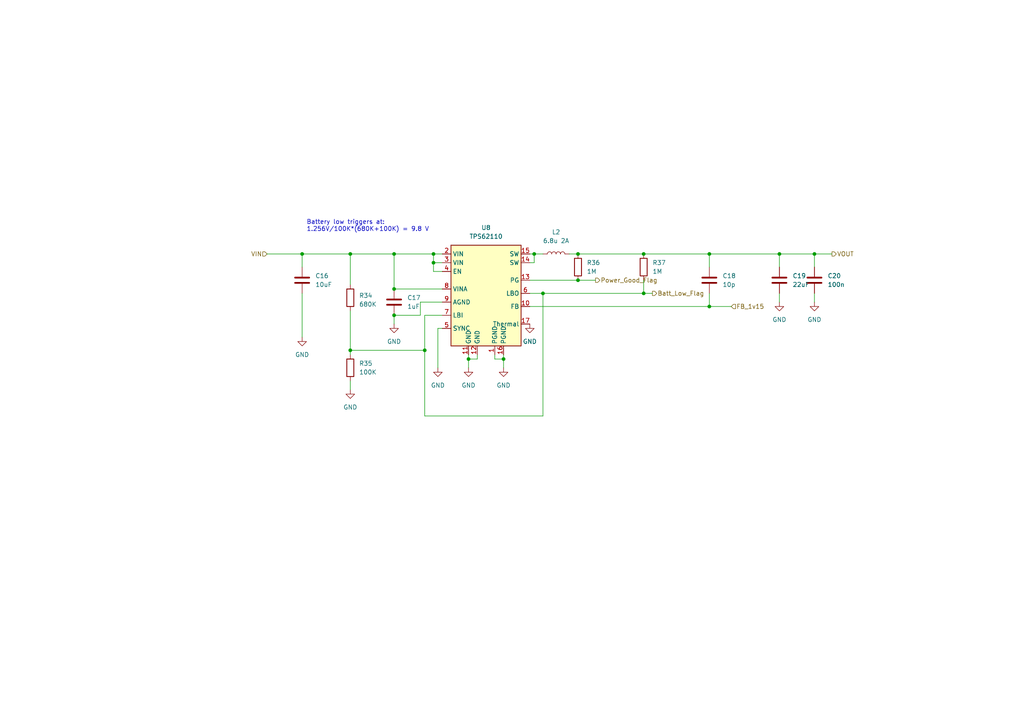
<source format=kicad_sch>
(kicad_sch (version 20230121) (generator eeschema)
  (paper "A4")
  (lib_symbols
    (symbol "Custom_Components:TPS62110"
      (property "Reference" "U" (at 0 2.54 0))
      (property "Value" "TPS62110" (at 0 0 0))
      (symbol "TPS62110_0_1"
        (rectangle (start -10.16 13.97) (end 10.16 -15.24) (stroke (width 0.254)) (fill (type background)))
      )
      (symbol "TPS62110_1_1"
        (pin power_in line (at 2.54 -17.78 90) (length 2.54) (name "PGND") (number "1"))
        (pin input line (at 12.7 -3.81 180) (length 2.54) (name "FB") (number "10"))
        (pin power_in line (at -5.08 -17.78 90) (length 2.54) (name "GND") (number "11"))
        (pin power_in line (at -2.54 -17.78 90) (length 2.54) (name "GND") (number "12"))
        (pin output line (at 12.7 3.81 180) (length 2.54) (name "PG") (number "13"))
        (pin power_out line (at 12.7 8.89 180) (length 2.54) (name "SW") (number "14"))
        (pin power_out line (at 12.7 11.43 180) (length 2.54) (name "SW") (number "15"))
        (pin power_in line (at 5.08 -17.78 90) (length 2.54) (name "PGND") (number "16"))
        (pin input line (at 12.7 -8.89 180) (length 2.54) (name "Thermal") (number "17"))
        (pin power_in line (at -12.7 11.43 0) (length 2.54) (name "VIN") (number "2"))
        (pin power_in line (at -12.7 8.89 0) (length 2.54) (name "VIN") (number "3"))
        (pin input line (at -12.7 6.35 0) (length 2.54) (name "EN") (number "4"))
        (pin input line (at -12.7 -10.16 0) (length 2.54) (name "SYNC") (number "5"))
        (pin output line (at 12.7 0 180) (length 2.54) (name "LBO") (number "6"))
        (pin input line (at -12.7 -6.35 0) (length 2.54) (name "LBI") (number "7"))
        (pin input line (at -12.7 1.27 0) (length 2.54) (name "VINA") (number "8"))
        (pin power_in line (at -12.7 -2.54 0) (length 2.54) (name "AGND") (number "9"))
      )
    )
    (symbol "Device:C" (pin_numbers hide) (pin_names (offset 0.254))
      (property "Reference" "C" (at 0.635 2.54 0))
      (property "Value" "C" (at 0.635 -2.54 0))
      (symbol "C_0_1"
        (polyline (pts (xy -2.032 -0.762) (xy 2.032 -0.762)) (stroke (width 0.508)))
        (polyline (pts (xy -2.032 0.762) (xy 2.032 0.762)) (stroke (width 0.508)))
      )
      (symbol "C_1_1"
        (pin passive line (at 0 3.81 270) (length 2.794) (name "~") (number "1"))
        (pin passive line (at 0 -3.81 90) (length 2.794) (name "~") (number "2"))
      )
    )
    (symbol "Device:L" (pin_numbers hide) (pin_names (offset 1.016) hide)
      (property "Reference" "L" (at -1.27 0 90))
      (property "Value" "L" (at 1.905 0 90))
      (symbol "L_0_1"
        (arc (start 0 -2.54) (mid 0.6323 -1.905) (end 0 -1.27))
        (arc (start 0 -1.27) (mid 0.6323 -0.635) (end 0 0))
        (arc (start 0 0) (mid 0.6323 0.635) (end 0 1.27))
        (arc (start 0 1.27) (mid 0.6323 1.905) (end 0 2.54))
      )
      (symbol "L_1_1"
        (pin passive line (at 0 3.81 270) (length 1.27) (name "1") (number "1"))
        (pin passive line (at 0 -3.81 90) (length 1.27) (name "2") (number "2"))
      )
    )
    (symbol "Device:R" (pin_numbers hide) (pin_names (offset 0))
      (property "Reference" "R" (at 2.032 0 90))
      (property "Value" "R" (at 0 0 90))
      (symbol "R_0_1"
        (rectangle (start -1.016 -2.54) (end 1.016 2.54) (stroke (width 0.254)))
      )
      (symbol "R_1_1"
        (pin passive line (at 0 3.81 270) (length 1.27) (name "~") (number "1"))
        (pin passive line (at 0 -3.81 90) (length 1.27) (name "~") (number "2"))
      )
    )
    (symbol "power:GND" (power) (pin_names (offset 0))
      (property "Value" "GND" (at 0 -3.81 0))
      (symbol "GND_0_1"
        (polyline (pts (xy 0 0) (xy 0 -1.27) (xy 1.27 -1.27) (xy 0 -2.54) (xy -1.27 -1.27) (xy 0 -1.27)))
      )
      (symbol "GND_1_1"
        (pin power_in line (at 0 0 270) (length 0) hide (name "GND") (number "1"))
      )
    )
  )
  (junction (at 125.73 76.2))
  (junction (at 125.73 73.66))
  (junction (at 167.64 73.66))
  (junction (at 205.74 88.9))
  (junction (at 114.3 73.66))
  (junction (at 154.94 73.66))
  (junction (at 123.19 101.6))
  (junction (at 114.3 91.44))
  (junction (at 186.69 73.66))
  (junction (at 101.6 101.6))
  (junction (at 101.6 73.66))
  (junction (at 114.3 83.82))
  (junction (at 87.63 73.66))
  (junction (at 157.48 85.09))
  (junction (at 167.64 81.28))
  (junction (at 186.69 85.09))
  (junction (at 146.05 104.14))
  (junction (at 135.89 104.14))
  (junction (at 236.22 73.66))
  (junction (at 205.74 73.66))
  (junction (at 226.06 73.66))
  (wire (pts (xy 114.3 91.44) (xy 114.3 93.98)))
  (wire (pts (xy 157.48 120.65) (xy 157.48 85.09)))
  (wire (pts (xy 205.74 73.66) (xy 205.74 77.47)))
  (wire (pts (xy 101.6 101.6) (xy 123.19 101.6)))
  (wire (pts (xy 186.69 85.09) (xy 189.23 85.09)))
  (wire (pts (xy 167.64 73.66) (xy 165.1 73.66)))
  (wire (pts (xy 138.43 104.14) (xy 135.89 104.14)))
  (wire (pts (xy 186.69 73.66) (xy 167.64 73.66)))
  (wire (pts (xy 153.67 88.9) (xy 205.74 88.9)))
  (wire (pts (xy 125.73 76.2) (xy 128.27 76.2)))
  (wire (pts (xy 128.27 73.66) (xy 125.73 73.66)))
  (wire (pts (xy 87.63 85.09) (xy 87.63 97.79)))
  (wire (pts (xy 114.3 83.82) (xy 128.27 83.82)))
  (wire (pts (xy 226.06 87.63) (xy 226.06 85.09)))
  (wire (pts (xy 154.94 76.2) (xy 154.94 73.66)))
  (wire (pts (xy 87.63 77.47) (xy 87.63 73.66)))
  (wire (pts (xy 127 95.25) (xy 127 106.68)))
  (wire (pts (xy 128.27 91.44) (xy 123.19 91.44)))
  (wire (pts (xy 114.3 73.66) (xy 125.73 73.66)))
  (wire (pts (xy 236.22 77.47) (xy 236.22 73.66)))
  (wire (pts (xy 167.64 81.28) (xy 172.72 81.28)))
  (wire (pts (xy 101.6 113.03) (xy 101.6 110.49)))
  (wire (pts (xy 101.6 90.17) (xy 101.6 101.6)))
  (wire (pts (xy 226.06 73.66) (xy 205.74 73.66)))
  (wire (pts (xy 226.06 77.47) (xy 226.06 73.66)))
  (wire (pts (xy 157.48 85.09) (xy 186.69 85.09)))
  (wire (pts (xy 143.51 102.87) (xy 143.51 104.14)))
  (wire (pts (xy 153.67 81.28) (xy 167.64 81.28)))
  (wire (pts (xy 101.6 101.6) (xy 101.6 102.87)))
  (wire (pts (xy 125.73 73.66) (xy 125.73 76.2)))
  (wire (pts (xy 123.19 101.6) (xy 123.19 120.65)))
  (wire (pts (xy 87.63 73.66) (xy 101.6 73.66)))
  (wire (pts (xy 138.43 102.87) (xy 138.43 104.14)))
  (wire (pts (xy 123.19 120.65) (xy 157.48 120.65)))
  (wire (pts (xy 146.05 104.14) (xy 146.05 106.68)))
  (wire (pts (xy 127 95.25) (xy 128.27 95.25)))
  (wire (pts (xy 128.27 87.63) (xy 121.92 87.63)))
  (wire (pts (xy 101.6 73.66) (xy 114.3 73.66)))
  (wire (pts (xy 123.19 91.44) (xy 123.19 101.6)))
  (wire (pts (xy 157.48 85.09) (xy 153.67 85.09)))
  (wire (pts (xy 153.67 76.2) (xy 154.94 76.2)))
  (wire (pts (xy 135.89 104.14) (xy 135.89 106.68)))
  (wire (pts (xy 236.22 87.63) (xy 236.22 85.09)))
  (wire (pts (xy 121.92 87.63) (xy 121.92 91.44)))
  (wire (pts (xy 186.69 81.28) (xy 186.69 85.09)))
  (wire (pts (xy 241.3 73.66) (xy 236.22 73.66)))
  (wire (pts (xy 154.94 73.66) (xy 157.48 73.66)))
  (wire (pts (xy 236.22 73.66) (xy 226.06 73.66)))
  (wire (pts (xy 205.74 73.66) (xy 186.69 73.66)))
  (wire (pts (xy 153.67 73.66) (xy 154.94 73.66)))
  (wire (pts (xy 101.6 82.55) (xy 101.6 73.66)))
  (wire (pts (xy 146.05 104.14) (xy 146.05 102.87)))
  (wire (pts (xy 143.51 104.14) (xy 146.05 104.14)))
  (wire (pts (xy 205.74 88.9) (xy 212.09 88.9)))
  (wire (pts (xy 114.3 73.66) (xy 114.3 83.82)))
  (wire (pts (xy 135.89 102.87) (xy 135.89 104.14)))
  (wire (pts (xy 77.47 73.66) (xy 87.63 73.66)))
  (wire (pts (xy 125.73 78.74) (xy 125.73 76.2)))
  (wire (pts (xy 121.92 91.44) (xy 114.3 91.44)))
  (wire (pts (xy 205.74 85.09) (xy 205.74 88.9)))
  (wire (pts (xy 128.27 78.74) (xy 125.73 78.74)))
  (text "Battery low triggers at:\n1.256V/100K*(680K+100K) = 9.8 V" (at 88.9 67.31 0) (effects (font (size 1.27 1.27)) (justify left bottom)))
  (hierarchical_label "FB_1v15" (shape input) (at 212.09 88.9 0))
  (hierarchical_label "Batt_Low_Flag" (shape output) (at 189.23 85.09 0))
  (hierarchical_label "VIN" (shape input) (at 77.47 73.66 180))
  (hierarchical_label "VOUT" (shape output) (at 241.3 73.66 0))
  (hierarchical_label "Power_Good_Flag" (shape output) (at 172.72 81.28 0))
  (symbol (lib_id "Device:C") (at 236.22 81.28 0) (unit 1)
    (property "Reference" "C20" (at 240.03 80.0099 0) (effects (justify left)))
    (property "Value" "100n" (at 240.03 82.5499 0) (effects (justify left)))
    (property "Footprint" "Capacitor_SMD:C_0805_2012Metric" (effects hide))
  )
  (symbol (lib_id "power:GND") (at 236.22 87.63 0) (unit 1)
    (property "Reference" "#PWR073" (effects hide))
    (property "Value" "GND" (at 236.22 92.71 0))
  )
  (symbol (lib_id "power:GND") (at 87.63 97.79 0) (unit 1)
    (property "Reference" "#PWR065" (effects hide))
    (property "Value" "GND" (at 87.63 102.87 0))
  )
  (symbol (lib_id "Device:C") (at 114.3 87.63 0) (unit 1)
    (property "Reference" "C17" (at 118.11 86.3599 0) (effects (justify left)))
    (property "Value" "1uF" (at 118.11 88.8999 0) (effects (justify left)))
    (property "Footprint" "Capacitor_SMD:C_0805_2012Metric" (effects hide))
  )
  (symbol (lib_id "Device:R") (at 167.64 77.47 0) (unit 1)
    (property "Reference" "R36" (at 170.18 76.1999 0) (effects (justify left)))
    (property "Value" "1M" (at 170.18 78.7399 0) (effects (justify left)))
    (property "Footprint" "Resistor_SMD:R_1206_3216Metric" (effects hide))
  )
  (symbol (lib_id "power:GND") (at 101.6 113.03 0) (unit 1)
    (property "Reference" "#PWR066" (effects hide))
    (property "Value" "GND" (at 101.6 118.11 0))
  )
  (symbol (lib_id "power:GND") (at 153.67 93.98 0) (unit 1)
    (property "Reference" "#PWR071" (effects hide))
    (property "Value" "GND" (at 153.67 99.06 0))
  )
  (symbol (lib_id "power:GND") (at 146.05 106.68 0) (unit 1)
    (property "Reference" "#PWR070" (effects hide))
    (property "Value" "GND" (at 146.05 111.76 0))
  )
  (symbol (lib_id "Device:R") (at 186.69 77.47 0) (unit 1)
    (property "Reference" "R37" (at 189.23 76.1999 0) (effects (justify left)))
    (property "Value" "1M" (at 189.23 78.7399 0) (effects (justify left)))
    (property "Footprint" "Resistor_SMD:R_1206_3216Metric" (effects hide))
  )
  (symbol (lib_id "Device:C") (at 87.63 81.28 0) (unit 1)
    (property "Reference" "C16" (at 91.44 80.0099 0) (effects (justify left)))
    (property "Value" "10uF" (at 91.44 82.5499 0) (effects (justify left)))
    (property "Footprint" "Capacitor_SMD:C_0805_2012Metric" (effects hide))
  )
  (symbol (lib_id "Device:C") (at 205.74 81.28 0) (unit 1)
    (property "Reference" "C18" (at 209.55 80.0099 0) (effects (justify left)))
    (property "Value" "10p" (at 209.55 82.5499 0) (effects (justify left)))
    (property "Footprint" "Capacitor_SMD:C_0805_2012Metric" (effects hide))
  )
  (symbol (lib_id "power:GND") (at 114.3 93.98 0) (unit 1)
    (property "Reference" "#PWR067" (effects hide))
    (property "Value" "GND" (at 114.3 99.06 0))
  )
  (symbol (lib_id "Device:L") (at 161.29 73.66 90) (unit 1)
    (property "Reference" "L2" (at 161.29 67.31 90))
    (property "Value" "6.8u 2A" (at 161.29 69.85 90))
    (property "Footprint" "w_smd_inductors:inductor_smd_5.8x4.5mm" (effects hide))
  )
  (symbol (lib_id "Device:R") (at 101.6 86.36 0) (unit 1)
    (property "Reference" "R34" (at 104.14 85.725 0) (effects (justify left)))
    (property "Value" "680K" (at 104.14 88.265 0) (effects (justify left)))
    (property "Footprint" "Resistor_SMD:R_1206_3216Metric" (effects hide))
  )
  (symbol (lib_id "power:GND") (at 135.89 106.68 0) (unit 1)
    (property "Reference" "#PWR069" (effects hide))
    (property "Value" "GND" (at 135.89 111.76 0))
  )
  (symbol (lib_id "Device:R") (at 101.6 106.68 0) (unit 1)
    (property "Reference" "R35" (at 104.14 105.4099 0) (effects (justify left)))
    (property "Value" "100K" (at 104.14 107.9499 0) (effects (justify left)))
    (property "Footprint" "Resistor_SMD:R_1206_3216Metric" (effects hide))
  )
  (symbol (lib_id "Custom_Components:TPS62110") (at 140.97 85.09 0) (unit 1)
    (property "Reference" "U8" (at 140.97 66.04 0))
    (property "Value" "TPS62110" (at 140.97 68.58 0))
    (property "Footprint" "Package_DFN_QFN:Texas_S-PVQFN-N16_EP2.7x2.7mm_ThermalVias" (effects hide))
  )
  (symbol (lib_id "power:GND") (at 226.06 87.63 0) (unit 1)
    (property "Reference" "#PWR072" (effects hide))
    (property "Value" "GND" (at 226.06 92.71 0))
  )
  (symbol (lib_id "Device:C") (at 226.06 81.28 0) (unit 1)
    (property "Reference" "C19" (at 229.87 80.0099 0) (effects (justify left)))
    (property "Value" "22uF" (at 229.87 82.5499 0) (effects (justify left)))
    (property "Footprint" "Capacitor_SMD:C_1206_3216Metric" (effects hide))
  )
  (symbol (lib_id "power:GND") (at 127 106.68 0) (unit 1)
    (property "Reference" "#PWR068" (effects hide))
    (property "Value" "GND" (at 127 111.76 0))
  )
)
</source>
